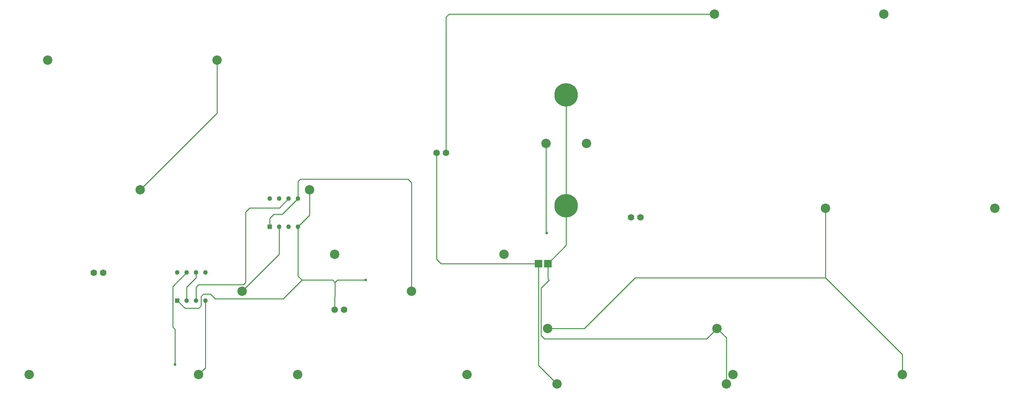
<source format=gbr>
G04 PROTEUS GERBER X2 FILE*
%TF.GenerationSoftware,Labcenter,Proteus,8.13-SP0-Build31525*%
%TF.CreationDate,2025-12-25T14:29:14+00:00*%
%TF.FileFunction,Copper,L2,Bot*%
%TF.FilePolarity,Positive*%
%TF.Part,Single*%
%TF.SameCoordinates,{db0003a8-45e4-4f23-9e85-8f5fa2e6f16b}*%
%FSLAX45Y45*%
%MOMM*%
G01*
%TA.AperFunction,Conductor*%
%ADD10C,0.254000*%
%TA.AperFunction,ViaPad*%
%ADD11C,0.762000*%
%TA.AperFunction,ComponentPad*%
%ADD12C,1.778000*%
%ADD14R,2.032000X2.032000*%
%TA.AperFunction,ComponentPad*%
%ADD15C,2.540000*%
%ADD16C,6.350000*%
%TA.AperFunction,ComponentPad*%
%ADD17R,1.270000X1.270000*%
%ADD18C,1.270000*%
%TD.AperFunction*%
D10*
X-6988000Y+3000000D02*
X-6988000Y+1190000D01*
X-7178000Y+1000000D01*
X-7810500Y+1270000D02*
X-7810500Y+2222500D01*
X-7874000Y+2286000D01*
X-7874000Y+3384000D01*
X-7496000Y+3762000D01*
X-7242000Y+3000000D02*
X-7242000Y+3365500D01*
X-7178500Y+3429000D01*
X-5969000Y+3429000D01*
X-5905500Y+3492500D01*
X-5905500Y+5397500D01*
X-5793444Y+5509556D01*
X-4994444Y+5509556D01*
X-4742000Y+5762000D01*
X-7496000Y+3000000D02*
X-7496000Y+3365500D01*
X-7242000Y+3619500D01*
X-7242000Y+3762000D01*
X+2000000Y+4000000D02*
X-635000Y+4000000D01*
X-750000Y+4115000D01*
X-750000Y+7000000D01*
X+2000000Y+4000000D02*
X+2000000Y+1250000D01*
X+2500000Y+750000D01*
X-4996000Y+5000000D02*
X-4996000Y+4254000D01*
X-6000000Y+3250000D01*
X-4488000Y+5762000D02*
X-4488000Y+6223000D01*
X-4424500Y+6286500D01*
X-1524000Y+6286500D01*
X-1428000Y+6190500D01*
X-1428000Y+3250000D01*
X-4488000Y+5762000D02*
X-4916000Y+5334000D01*
X-5143500Y+5334000D01*
X-5250000Y+5227500D01*
X-5250000Y+5000000D01*
X+9750000Y+3619500D02*
X+9750000Y+5500000D01*
X+2250000Y+2250000D02*
X+3238500Y+2250000D01*
X+4608000Y+3619500D01*
X+9750000Y+3619500D01*
X+11822000Y+1547500D01*
X+11822000Y+1000000D01*
X-6678000Y+9500000D02*
X-6678000Y+8072000D01*
X-8750000Y+6000000D01*
X+2222500Y+4826000D02*
X+2206440Y+4842060D01*
X+2206440Y+7250000D01*
X-496000Y+7000000D02*
X-496000Y+10668000D01*
X-414000Y+10750000D01*
X+6750000Y+10750000D01*
X-7750000Y+3000000D02*
X-7544000Y+2794000D01*
X-7175500Y+2794000D01*
X-7112000Y+2857500D01*
X-7112000Y+3111500D01*
X-7048500Y+3175000D01*
X-6858000Y+3175000D01*
X-6731000Y+3048000D01*
X-4889500Y+3048000D01*
X-4381500Y+3556000D01*
X+2254000Y+4000000D02*
X+2750000Y+4496000D01*
X+2750000Y+5565980D01*
X+6822000Y+2250000D02*
X+7072000Y+2000000D01*
X+7072000Y+750000D01*
X-4488000Y+5000000D02*
X-4178000Y+5310000D01*
X-4178000Y+6000000D01*
X-4488000Y+5000000D02*
X-4488000Y+3662500D01*
X-4381500Y+3556000D01*
X+2254000Y+4000000D02*
X+2254000Y+3588000D01*
X+2286000Y+3556000D01*
X-3492500Y+3492500D02*
X-3492500Y+3111500D01*
X-3500000Y+3104000D01*
X-3500000Y+2750000D01*
X+2750000Y+8563180D02*
X+2750000Y+5565980D01*
X-3492500Y+3492500D02*
X-3556000Y+3556000D01*
X-4381500Y+3556000D01*
X-3492500Y+3492500D02*
X-3429000Y+3556000D01*
X-2667000Y+3556000D01*
X+6822000Y+2250000D02*
X+6540500Y+1968500D01*
X+2159000Y+1968500D01*
X+2067850Y+2059650D01*
X+2067850Y+3337850D01*
X+2286000Y+3556000D01*
D11*
X-7810500Y+1270000D03*
X+2222500Y+4826000D03*
X-2667000Y+3556000D03*
D12*
X-10004000Y+3750000D03*
X-9750000Y+3750000D03*
X-3500000Y+2750000D03*
X-3246000Y+2750000D03*
X-750000Y+7000000D03*
X-496000Y+7000000D03*
X+4500000Y+5250000D03*
X+4754000Y+5250000D03*
D14*
X+2000000Y+4000000D03*
X+2254000Y+4000000D03*
D15*
X+2206440Y+7250000D03*
X+3293560Y+7250000D03*
D16*
X+2750000Y+8563180D03*
X+2750000Y+5565980D03*
D15*
X-11750000Y+1000000D03*
X-7178000Y+1000000D03*
X-4500000Y+1000000D03*
X+72000Y+1000000D03*
X+7250000Y+1000000D03*
X+11822000Y+1000000D03*
X+2250000Y+2250000D03*
X+6822000Y+2250000D03*
X+9750000Y+5500000D03*
X+14322000Y+5500000D03*
X-6000000Y+3250000D03*
X-1428000Y+3250000D03*
X-3500000Y+4250000D03*
X+1072000Y+4250000D03*
X-11250000Y+9500000D03*
X-6678000Y+9500000D03*
X-8750000Y+6000000D03*
X-4178000Y+6000000D03*
X+6750000Y+10750000D03*
X+11322000Y+10750000D03*
X+2500000Y+750000D03*
X+7072000Y+750000D03*
D17*
X-7750000Y+3000000D03*
D18*
X-7496000Y+3000000D03*
X-7242000Y+3000000D03*
X-6988000Y+3000000D03*
X-6988000Y+3762000D03*
X-7242000Y+3762000D03*
X-7496000Y+3762000D03*
X-7750000Y+3762000D03*
D17*
X-5250000Y+5000000D03*
D18*
X-4996000Y+5000000D03*
X-4742000Y+5000000D03*
X-4488000Y+5000000D03*
X-4488000Y+5762000D03*
X-4742000Y+5762000D03*
X-4996000Y+5762000D03*
X-5250000Y+5762000D03*
M02*

</source>
